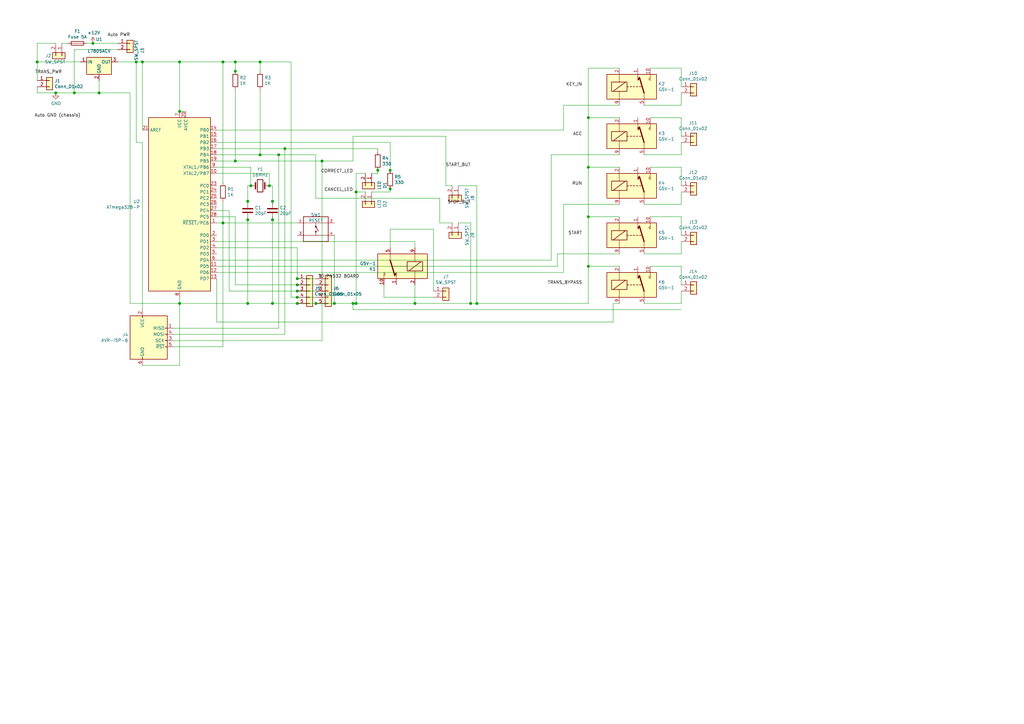
<source format=kicad_sch>
(kicad_sch (version 20201015) (generator eeschema)
  (paper "A3")
  (title_block (title "CarFID") (date "2020-12-02") (rev "0.1"))
  (lib_symbols
    (symbol "2-1825910-7:2-1825910-7" (pin_names (offset 1.016) hide)
      (property "Reference" "S" (at -5.08 5.08 0))
      (property "Value" "2-1825910-7" (at -5.08 -7.62 0))
      (symbol "2-1825910-7_0_0"
        (circle (center 0 1.016) (radius 0.254) (stroke (width 0.254)))
        (circle (center 0 -1.016) (radius 0.254) (stroke (width 0.254)))
        (polyline (pts (xy 0 2.54) (xy 0 1.016)) (stroke (width 0.1524)))
        (polyline (pts (xy 0 -2.54) (xy 0 -1.016)) (stroke (width 0.1524)))
        (polyline (pts (xy -5.08 -5.08) (xy -5.08 -2.54)) (stroke (width 0.254)))
        (polyline (pts (xy -5.08 -2.54) (xy -5.08 2.54)) (stroke (width 0.254)))
        (polyline (pts (xy -5.08 2.54) (xy -5.08 5.08)) (stroke (width 0.254)))
        (polyline (pts (xy -5.08 5.08) (xy 5.08 5.08)) (stroke (width 0.254)))
        (polyline (pts (xy 5.08 5.08) (xy 5.08 2.54)) (stroke (width 0.254)))
        (polyline (pts (xy 5.08 2.54) (xy 5.08 -2.54)) (stroke (width 0.254)))
        (polyline (pts (xy 5.08 -2.54) (xy 5.08 -5.08)) (stroke (width 0.254)))
        (polyline (pts (xy 5.08 -5.08) (xy -5.08 -5.08)) (stroke (width 0.254)))
        (polyline (pts (xy 0 1.016) (xy 1.016 -0.762)) (stroke (width 0.254)))
        (polyline (pts (xy -5.08 2.54) (xy 5.08 2.54)) (stroke (width 0.1524)))
        (polyline (pts (xy -5.08 -2.54) (xy 5.08 -2.54)) (stroke (width 0.1524)))
        (pin passive line (at -7.62 2.54 0) (length 2.54) (name "~") (number "1"))
        (pin passive line (at 7.62 2.54 180) (length 2.54) (name "~") (number "2"))
        (pin passive line (at -7.62 -2.54 0) (length 2.54) (name "~") (number "3"))
        (pin passive line (at 7.62 -2.54 180) (length 2.54) (name "~") (number "4"))
      )
    )
    (symbol "Connector:AVR-ISP-6" (pin_names (offset 1.016))
      (property "Reference" "J" (at -6.35 11.43 0))
      (property "Value" "AVR-ISP-6" (at 0 11.43 0))
      (symbol "AVR-ISP-6_0_1"
        (rectangle (start -2.667 -6.858) (end -2.413 -7.62))
        (rectangle (start -2.667 10.16) (end -2.413 9.398))
        (rectangle (start 7.62 -2.413) (end 6.858 -2.667))
        (rectangle (start 7.62 0.127) (end 6.858 -0.127))
        (rectangle (start 7.62 2.667) (end 6.858 2.413))
        (rectangle (start 7.62 5.207) (end 6.858 4.953))
        (rectangle (start 7.62 10.16) (end -7.62 -7.62) (stroke (width 0.254)) (fill (type background)))
      )
      (symbol "AVR-ISP-6_1_1"
        (pin passive line (at 10.16 5.08 180) (length 2.54) (name "MISO") (number "1"))
        (pin passive line (at -2.54 12.7 270) (length 2.54) (name "VCC") (number "2"))
        (pin passive line (at 10.16 0 180) (length 2.54) (name "SCK") (number "3"))
        (pin passive line (at 10.16 2.54 180) (length 2.54) (name "MOSI") (number "4"))
        (pin passive line (at 10.16 -2.54 180) (length 2.54) (name "~RST") (number "5"))
        (pin passive line (at -2.54 -10.16 90) (length 2.54) (name "GND") (number "6"))
      )
    )
    (symbol "Connector_Generic:Conn_01x02" (pin_names (offset 1.016) hide)
      (property "Reference" "J" (at 0 2.54 0))
      (property "Value" "Conn_01x02" (at 0 -5.08 0))
      (symbol "Conn_01x02_1_1"
        (rectangle (start -1.27 -2.413) (end 0 -2.667) (stroke (width 0.1524)))
        (rectangle (start -1.27 0.127) (end 0 -0.127) (stroke (width 0.1524)))
        (rectangle (start -1.27 1.27) (end 1.27 -3.81) (stroke (width 0.254)) (fill (type background)))
        (pin passive line (at -5.08 0 0) (length 3.81) (name "Pin_1") (number "1"))
        (pin passive line (at -5.08 -2.54 0) (length 3.81) (name "Pin_2") (number "2"))
      )
    )
    (symbol "Connector_Generic:Conn_01x05" (pin_names (offset 1.016) hide)
      (property "Reference" "J" (at 0 7.62 0))
      (property "Value" "Conn_01x05" (at 0 -7.62 0))
      (symbol "Conn_01x05_1_1"
        (rectangle (start -1.27 -4.953) (end 0 -5.207) (stroke (width 0.1524)))
        (rectangle (start -1.27 -2.413) (end 0 -2.667) (stroke (width 0.1524)))
        (rectangle (start -1.27 2.667) (end 0 2.413) (stroke (width 0.1524)))
        (rectangle (start -1.27 5.207) (end 0 4.953) (stroke (width 0.1524)))
        (rectangle (start -1.27 6.35) (end 1.27 -6.35) (stroke (width 0.254)) (fill (type background)))
        (rectangle (start -1.27 0.127) (end 0 -0.127) (stroke (width 0.1524)))
        (pin passive line (at -5.08 5.08 0) (length 3.81) (name "Pin_1") (number "1"))
        (pin passive line (at -5.08 2.54 0) (length 3.81) (name "Pin_2") (number "2"))
        (pin passive line (at -5.08 0 0) (length 3.81) (name "Pin_3") (number "3"))
        (pin passive line (at -5.08 -2.54 0) (length 3.81) (name "Pin_4") (number "4"))
        (pin passive line (at -5.08 -5.08 0) (length 3.81) (name "Pin_5") (number "5"))
      )
    )
    (symbol "Device:C" (pin_numbers hide) (pin_names (offset 0.254))
      (property "Reference" "C" (at 0.635 2.54 0))
      (property "Value" "C" (at 0.635 -2.54 0))
      (symbol "C_0_1"
        (polyline (pts (xy -2.032 -0.762) (xy 2.032 -0.762)) (stroke (width 0.508)))
        (polyline (pts (xy -2.032 0.762) (xy 2.032 0.762)) (stroke (width 0.508)))
      )
      (symbol "C_1_1"
        (pin passive line (at 0 3.81 270) (length 2.794) (name "~") (number "1"))
        (pin passive line (at 0 -3.81 90) (length 2.794) (name "~") (number "2"))
      )
    )
    (symbol "Device:Crystal" (pin_numbers hide) (pin_names (offset 1.016) hide)
      (property "Reference" "Y" (at 0 3.81 0))
      (property "Value" "Crystal" (at 0 -3.81 0))
      (symbol "Crystal_0_1"
        (rectangle (start -1.143 2.54) (end 1.143 -2.54) (stroke (width 0.3048)))
        (polyline (pts (xy -2.54 0) (xy -1.905 0)))
        (polyline (pts (xy -1.905 -1.27) (xy -1.905 1.27)) (stroke (width 0.508)))
        (polyline (pts (xy 1.905 -1.27) (xy 1.905 1.27)) (stroke (width 0.508)))
        (polyline (pts (xy 2.54 0) (xy 1.905 0)))
      )
      (symbol "Crystal_1_1"
        (pin passive line (at -3.81 0 0) (length 1.27) (name "1") (number "1"))
        (pin passive line (at 3.81 0 180) (length 1.27) (name "2") (number "2"))
      )
    )
    (symbol "Device:Fuse" (pin_numbers hide) (pin_names (offset 0))
      (property "Reference" "F" (at 2.032 0 90))
      (property "Value" "Fuse" (at -1.905 0 90))
      (symbol "Fuse_0_1"
        (rectangle (start -0.762 -2.54) (end 0.762 2.54) (stroke (width 0.254)))
        (polyline (pts (xy 0 2.54) (xy 0 -2.54)))
      )
      (symbol "Fuse_1_1"
        (pin passive line (at 0 3.81 270) (length 1.27) (name "~") (number "1"))
        (pin passive line (at 0 -3.81 90) (length 1.27) (name "~") (number "2"))
      )
    )
    (symbol "Device:R" (pin_numbers hide) (pin_names (offset 0))
      (property "Reference" "R" (at 2.032 0 90))
      (property "Value" "R" (at 0 0 90))
      (symbol "R_0_1"
        (rectangle (start -1.016 -2.54) (end 1.016 2.54) (stroke (width 0.254)))
      )
      (symbol "R_1_1"
        (pin passive line (at 0 3.81 270) (length 1.27) (name "~") (number "1"))
        (pin passive line (at 0 -3.81 90) (length 1.27) (name "~") (number "2"))
      )
    )
    (symbol "MCU_Microchip_ATmega:ATmega328-P"
      (property "Reference" "U" (at -12.7 36.83 0))
      (property "Value" "ATmega328-P" (at 2.54 -36.83 0))
      (symbol "ATmega328-P_0_1"
        (rectangle (start -12.7 -35.56) (end 12.7 35.56) (stroke (width 0.254)) (fill (type background)))
      )
      (symbol "ATmega328-P_1_1"
        (pin bidirectional line (at 15.24 -7.62 180) (length 2.54) (name "~RESET~/PC6") (number "1"))
        (pin bidirectional line (at 15.24 12.7 180) (length 2.54) (name "XTAL2/PB7") (number "10"))
        (pin bidirectional line (at 15.24 -25.4 180) (length 2.54) (name "PD5") (number "11"))
        (pin bidirectional line (at 15.24 -27.94 180) (length 2.54) (name "PD6") (number "12"))
        (pin bidirectional line (at 15.24 -30.48 180) (length 2.54) (name "PD7") (number "13"))
        (pin bidirectional line (at 15.24 30.48 180) (length 2.54) (name "PB0") (number "14"))
        (pin bidirectional line (at 15.24 27.94 180) (length 2.54) (name "PB1") (number "15"))
        (pin bidirectional line (at 15.24 25.4 180) (length 2.54) (name "PB2") (number "16"))
        (pin bidirectional line (at 15.24 22.86 180) (length 2.54) (name "PB3") (number "17"))
        (pin bidirectional line (at 15.24 20.32 180) (length 2.54) (name "PB4") (number "18"))
        (pin bidirectional line (at 15.24 17.78 180) (length 2.54) (name "PB5") (number "19"))
        (pin bidirectional line (at 15.24 -12.7 180) (length 2.54) (name "PD0") (number "2"))
        (pin power_in line (at 2.54 38.1 270) (length 2.54) (name "AVCC") (number "20"))
        (pin passive line (at -15.24 30.48 0) (length 2.54) (name "AREF") (number "21"))
        (pin passive line (at 0 -38.1 90) (length 2.54) hide (name "GND") (number "22"))
        (pin bidirectional line (at 15.24 7.62 180) (length 2.54) (name "PC0") (number "23"))
        (pin bidirectional line (at 15.24 5.08 180) (length 2.54) (name "PC1") (number "24"))
        (pin bidirectional line (at 15.24 2.54 180) (length 2.54) (name "PC2") (number "25"))
        (pin bidirectional line (at 15.24 0 180) (length 2.54) (name "PC3") (number "26"))
        (pin bidirectional line (at 15.24 -2.54 180) (length 2.54) (name "PC4") (number "27"))
        (pin bidirectional line (at 15.24 -5.08 180) (length 2.54) (name "PC5") (number "28"))
        (pin bidirectional line (at 15.24 -15.24 180) (length 2.54) (name "PD1") (number "3"))
        (pin bidirectional line (at 15.24 -17.78 180) (length 2.54) (name "PD2") (number "4"))
        (pin bidirectional line (at 15.24 -20.32 180) (length 2.54) (name "PD3") (number "5"))
        (pin bidirectional line (at 15.24 -22.86 180) (length 2.54) (name "PD4") (number "6"))
        (pin power_in line (at 0 38.1 270) (length 2.54) (name "VCC") (number "7"))
        (pin power_in line (at 0 -38.1 90) (length 2.54) (name "GND") (number "8"))
        (pin bidirectional line (at 15.24 15.24 180) (length 2.54) (name "XTAL1/PB6") (number "9"))
      )
    )
    (symbol "Regulator_Linear:L7805" (pin_names (offset 0.254))
      (property "Reference" "U" (at -3.81 3.175 0))
      (property "Value" "L7805" (at 0 3.175 0))
      (symbol "L7805_0_1"
        (rectangle (start -5.08 1.905) (end 5.08 -5.08) (stroke (width 0.254)) (fill (type background)))
      )
      (symbol "L7805_1_1"
        (pin power_in line (at -7.62 0 0) (length 2.54) (name "IN") (number "1"))
        (pin power_in line (at 0 -7.62 90) (length 2.54) (name "GND") (number "2"))
        (pin power_out line (at 7.62 0 180) (length 2.54) (name "OUT") (number "3"))
      )
    )
    (symbol "Relay:G5V-1"
      (property "Reference" "K" (at 11.43 3.81 0))
      (property "Value" "G5V-1" (at 11.43 1.27 0))
      (symbol "G5V-1_0_0"
        (polyline (pts (xy 7.62 5.08) (xy 7.62 2.54) (xy 6.985 3.175) (xy 7.62 3.81)))
      )
      (symbol "G5V-1_0_1"
        (rectangle (start -10.16 5.08) (end 10.16 -5.08) (stroke (width 0.254)) (fill (type background)))
        (rectangle (start -8.255 1.905) (end -1.905 -1.905) (stroke (width 0.254)))
        (polyline (pts (xy -7.62 -1.905) (xy -2.54 1.905)) (stroke (width 0.254)))
        (polyline (pts (xy -5.08 -5.08) (xy -5.08 -1.905)))
        (polyline (pts (xy -5.08 5.08) (xy -5.08 1.905)))
        (polyline (pts (xy -1.905 0) (xy -1.27 0)) (stroke (width 0.254)))
        (polyline (pts (xy -0.635 0) (xy 0 0)) (stroke (width 0.254)))
        (polyline (pts (xy 0.635 0) (xy 1.27 0)) (stroke (width 0.254)))
        (polyline (pts (xy 1.905 0) (xy 2.54 0)) (stroke (width 0.254)))
        (polyline (pts (xy 3.175 0) (xy 3.81 0)) (stroke (width 0.254)))
        (polyline (pts (xy 5.08 -2.54) (xy 3.175 3.81)) (stroke (width 0.508)))
        (polyline (pts (xy 5.08 -2.54) (xy 5.08 -5.08)))
        (polyline (pts (xy 2.54 5.08) (xy 2.54 2.54) (xy 3.175 3.175) (xy 2.54 3.81)) (fill (type outline)))
      )
      (symbol "G5V-1_1_1"
        (pin passive line (at 2.54 7.62 270) (length 2.54) (name "~") (number "1"))
        (pin passive line (at 7.62 7.62 270) (length 2.54) (name "~") (number "10"))
        (pin passive line (at -5.08 7.62 270) (length 2.54) (name "~") (number "2"))
        (pin passive line (at 5.08 -7.62 90) (length 2.54) (name "~") (number "5"))
        (pin passive line (at 5.08 -7.62 90) (length 2.54) hide (name "~") (number "6"))
        (pin passive line (at -5.08 -7.62 90) (length 2.54) (name "~") (number "9"))
      )
    )
    (symbol "power:+12V" (power) (pin_names (offset 0))
      (property "Value" "+12V" (at 0 3.556 0))
      (symbol "+12V_0_1"
        (polyline (pts (xy -0.762 1.27) (xy 0 2.54)))
        (polyline (pts (xy 0 0) (xy 0 2.54)))
        (polyline (pts (xy 0 2.54) (xy 0.762 1.27)))
      )
      (symbol "+12V_1_1"
        (pin power_in line (at 0 0 90) (length 0) hide (name "+12V") (number "1"))
      )
    )
    (symbol "power:GND" (power) (pin_names (offset 0))
      (property "Value" "GND" (at 0 -3.81 0))
      (symbol "GND_0_1"
        (polyline (pts (xy 0 0) (xy 0 -1.27) (xy 1.27 -1.27) (xy 0 -2.54) (xy -1.27 -1.27) (xy 0 -1.27)))
      )
      (symbol "GND_1_1"
        (pin power_in line (at 0 0 270) (length 0) hide (name "GND") (number "1"))
      )
    )
  )
  (junction (at 15.24 25.4) (diameter 1.016))
  (junction (at 22.86 38.1) (diameter 1.016))
  (junction (at 30.48 38.1) (diameter 1.016))
  (junction (at 38.1 17.78) (diameter 1.016))
  (junction (at 40.64 38.1) (diameter 1.016))
  (junction (at 55.88 25.4) (diameter 1.016))
  (junction (at 58.42 25.4) (diameter 1.016))
  (junction (at 73.66 25.4) (diameter 1.016))
  (junction (at 73.66 45.72) (diameter 1.016))
  (junction (at 73.66 124.46) (diameter 1.016))
  (junction (at 91.44 25.4) (diameter 1.016))
  (junction (at 91.44 91.44) (diameter 1.016))
  (junction (at 96.52 25.4) (diameter 1.016))
  (junction (at 96.52 29.21) (diameter 1.016))
  (junction (at 96.52 66.04) (diameter 1.016))
  (junction (at 101.6 82.55) (diameter 1.016))
  (junction (at 101.6 90.17) (diameter 1.016))
  (junction (at 101.6 124.46) (diameter 1.016))
  (junction (at 102.87 76.2) (diameter 1.016))
  (junction (at 106.68 25.4) (diameter 1.016))
  (junction (at 106.68 63.5) (diameter 1.016))
  (junction (at 110.49 76.2) (diameter 1.016))
  (junction (at 111.76 82.55) (diameter 1.016))
  (junction (at 111.76 90.17) (diameter 1.016))
  (junction (at 111.76 124.46) (diameter 1.016))
  (junction (at 114.3 63.5) (diameter 1.016))
  (junction (at 116.84 60.96) (diameter 1.016))
  (junction (at 121.92 114.3) (diameter 1.016))
  (junction (at 121.92 116.84) (diameter 1.016))
  (junction (at 121.92 119.38) (diameter 1.016))
  (junction (at 121.92 121.92) (diameter 1.016))
  (junction (at 121.92 124.46) (diameter 1.016))
  (junction (at 129.54 124.46) (diameter 1.016))
  (junction (at 132.08 66.04) (diameter 1.016))
  (junction (at 137.16 124.46) (diameter 1.016))
  (junction (at 144.78 124.46) (diameter 1.016))
  (junction (at 146.05 78.74) (diameter 1.016))
  (junction (at 146.05 124.46) (diameter 1.016))
  (junction (at 154.94 69.85) (diameter 1.016))
  (junction (at 160.02 69.85) (diameter 1.016))
  (junction (at 160.02 77.47) (diameter 1.016))
  (junction (at 170.18 124.46) (diameter 1.016))
  (junction (at 193.04 124.46) (diameter 1.016))
  (junction (at 195.58 124.46) (diameter 1.016))
  (junction (at 241.3 48.26) (diameter 1.016))
  (junction (at 241.3 68.58) (diameter 1.016))
  (junction (at 241.3 88.9) (diameter 1.016))
  (junction (at 241.3 109.22) (diameter 1.016))
  (wire (pts (xy 15.24 17.78) (xy 15.24 25.4)))
  (wire (pts (xy 15.24 17.78) (xy 22.86 17.78)))
  (wire (pts (xy 15.24 25.4) (xy 15.24 33.02)))
  (wire (pts (xy 15.24 25.4) (xy 33.02 25.4)))
  (wire (pts (xy 15.24 35.56) (xy 15.24 38.1)))
  (wire (pts (xy 15.24 38.1) (xy 22.86 38.1)))
  (wire (pts (xy 22.86 38.1) (xy 30.48 38.1)))
  (wire (pts (xy 25.4 17.78) (xy 27.94 17.78)))
  (wire (pts (xy 30.48 20.32) (xy 30.48 38.1)))
  (wire (pts (xy 30.48 20.32) (xy 48.26 20.32)))
  (wire (pts (xy 30.48 38.1) (xy 40.64 38.1)))
  (wire (pts (xy 35.56 17.78) (xy 38.1 17.78)))
  (wire (pts (xy 38.1 17.78) (xy 48.26 17.78)))
  (wire (pts (xy 40.64 33.02) (xy 40.64 38.1)))
  (wire (pts (xy 40.64 38.1) (xy 53.34 38.1)))
  (wire (pts (xy 48.26 25.4) (xy 55.88 25.4)))
  (wire (pts (xy 53.34 38.1) (xy 53.34 124.46)))
  (wire (pts (xy 53.34 124.46) (xy 73.66 124.46)))
  (wire (pts (xy 55.88 25.4) (xy 55.88 58.42)))
  (wire (pts (xy 55.88 25.4) (xy 58.42 25.4)))
  (wire (pts (xy 58.42 25.4) (xy 58.42 53.34)))
  (wire (pts (xy 58.42 25.4) (xy 73.66 25.4)))
  (wire (pts (xy 58.42 58.42) (xy 55.88 58.42)))
  (wire (pts (xy 58.42 58.42) (xy 58.42 127)))
  (wire (pts (xy 58.42 149.86) (xy 73.66 149.86)))
  (wire (pts (xy 71.12 134.62) (xy 114.3 134.62)))
  (wire (pts (xy 71.12 137.16) (xy 116.84 137.16)))
  (wire (pts (xy 71.12 139.7) (xy 132.08 139.7)))
  (wire (pts (xy 71.12 142.24) (xy 91.44 142.24)))
  (wire (pts (xy 73.66 25.4) (xy 73.66 45.72)))
  (wire (pts (xy 73.66 25.4) (xy 91.44 25.4)))
  (wire (pts (xy 73.66 45.72) (xy 76.2 45.72)))
  (wire (pts (xy 73.66 124.46) (xy 73.66 121.92)))
  (wire (pts (xy 73.66 124.46) (xy 101.6 124.46)))
  (wire (pts (xy 73.66 149.86) (xy 73.66 124.46)))
  (wire (pts (xy 88.9 53.34) (xy 231.14 53.34)))
  (wire (pts (xy 88.9 58.42) (xy 160.02 58.42)))
  (wire (pts (xy 88.9 60.96) (xy 116.84 60.96)))
  (wire (pts (xy 88.9 66.04) (xy 96.52 66.04)))
  (wire (pts (xy 88.9 68.58) (xy 102.87 68.58)))
  (wire (pts (xy 88.9 71.12) (xy 110.49 71.12)))
  (wire (pts (xy 88.9 86.36) (xy 93.98 86.36)))
  (wire (pts (xy 88.9 91.44) (xy 91.44 91.44)))
  (wire (pts (xy 88.9 99.06) (xy 170.18 99.06)))
  (wire (pts (xy 88.9 101.6) (xy 121.92 101.6)))
  (wire (pts (xy 88.9 106.68) (xy 226.06 106.68)))
  (wire (pts (xy 88.9 111.76) (xy 231.14 111.76)))
  (wire (pts (xy 88.9 132.08) (xy 88.9 114.3)))
  (wire (pts (xy 88.9 132.08) (xy 251.46 132.08)))
  (wire (pts (xy 91.44 25.4) (xy 91.44 74.93)))
  (wire (pts (xy 91.44 25.4) (xy 96.52 25.4)))
  (wire (pts (xy 91.44 82.55) (xy 91.44 91.44)))
  (wire (pts (xy 91.44 91.44) (xy 121.92 91.44)))
  (wire (pts (xy 91.44 142.24) (xy 91.44 91.44)))
  (wire (pts (xy 93.98 86.36) (xy 93.98 119.38)))
  (wire (pts (xy 93.98 119.38) (xy 121.92 119.38)))
  (wire (pts (xy 96.52 25.4) (xy 96.52 29.21)))
  (wire (pts (xy 96.52 25.4) (xy 106.68 25.4)))
  (wire (pts (xy 96.52 29.21) (xy 96.52 30.48)))
  (wire (pts (xy 96.52 36.83) (xy 96.52 66.04)))
  (wire (pts (xy 96.52 66.04) (xy 132.08 66.04)))
  (wire (pts (xy 96.52 88.9) (xy 88.9 88.9)))
  (wire (pts (xy 96.52 88.9) (xy 96.52 116.84)))
  (wire (pts (xy 96.52 116.84) (xy 121.92 116.84)))
  (wire (pts (xy 101.6 76.2) (xy 101.6 82.55)))
  (wire (pts (xy 101.6 76.2) (xy 102.87 76.2)))
  (wire (pts (xy 101.6 82.55) (xy 101.6 83.82)))
  (wire (pts (xy 101.6 88.9) (xy 101.6 90.17)))
  (wire (pts (xy 101.6 90.17) (xy 101.6 124.46)))
  (wire (pts (xy 101.6 124.46) (xy 111.76 124.46)))
  (wire (pts (xy 102.87 68.58) (xy 102.87 76.2)))
  (wire (pts (xy 106.68 25.4) (xy 106.68 29.21)))
  (wire (pts (xy 106.68 25.4) (xy 119.38 25.4)))
  (wire (pts (xy 106.68 36.83) (xy 106.68 63.5)))
  (wire (pts (xy 106.68 63.5) (xy 88.9 63.5)))
  (wire (pts (xy 110.49 71.12) (xy 110.49 76.2)))
  (wire (pts (xy 111.76 76.2) (xy 110.49 76.2)))
  (wire (pts (xy 111.76 76.2) (xy 111.76 82.55)))
  (wire (pts (xy 111.76 82.55) (xy 111.76 83.82)))
  (wire (pts (xy 111.76 88.9) (xy 111.76 90.17)))
  (wire (pts (xy 111.76 90.17) (xy 111.76 124.46)))
  (wire (pts (xy 111.76 124.46) (xy 121.92 124.46)))
  (wire (pts (xy 114.3 63.5) (xy 106.68 63.5)))
  (wire (pts (xy 114.3 134.62) (xy 114.3 63.5)))
  (wire (pts (xy 116.84 60.96) (xy 154.94 60.96)))
  (wire (pts (xy 116.84 137.16) (xy 116.84 60.96)))
  (wire (pts (xy 119.38 25.4) (xy 119.38 121.92)))
  (wire (pts (xy 119.38 121.92) (xy 121.92 121.92)))
  (wire (pts (xy 121.92 101.6) (xy 121.92 114.3)))
  (wire (pts (xy 121.92 114.3) (xy 129.54 114.3)))
  (wire (pts (xy 121.92 116.84) (xy 129.54 116.84)))
  (wire (pts (xy 121.92 119.38) (xy 129.54 119.38)))
  (wire (pts (xy 121.92 121.92) (xy 129.54 121.92)))
  (wire (pts (xy 121.92 124.46) (xy 129.54 124.46)))
  (wire (pts (xy 129.54 63.5) (xy 114.3 63.5)))
  (wire (pts (xy 129.54 81.28) (xy 129.54 63.5)))
  (wire (pts (xy 129.54 124.46) (xy 137.16 124.46)))
  (wire (pts (xy 132.08 66.04) (xy 144.78 66.04)))
  (wire (pts (xy 132.08 139.7) (xy 132.08 66.04)))
  (wire (pts (xy 137.16 96.52) (xy 137.16 124.46)))
  (wire (pts (xy 137.16 124.46) (xy 144.78 124.46)))
  (wire (pts (xy 144.78 55.88) (xy 182.88 55.88)))
  (wire (pts (xy 144.78 66.04) (xy 144.78 55.88)))
  (wire (pts (xy 144.78 124.46) (xy 146.05 124.46)))
  (wire (pts (xy 144.78 127) (xy 144.78 124.46)))
  (wire (pts (xy 144.78 127) (xy 279.4 127)))
  (wire (pts (xy 146.05 71.12) (xy 146.05 78.74)))
  (wire (pts (xy 146.05 71.12) (xy 149.86 71.12)))
  (wire (pts (xy 146.05 78.74) (xy 149.86 78.74)))
  (wire (pts (xy 146.05 124.46) (xy 146.05 78.74)))
  (wire (pts (xy 146.05 124.46) (xy 170.18 124.46)))
  (wire (pts (xy 152.4 71.12) (xy 154.94 71.12)))
  (wire (pts (xy 152.4 78.74) (xy 160.02 78.74)))
  (wire (pts (xy 154.94 60.96) (xy 154.94 62.23)))
  (wire (pts (xy 154.94 68.58) (xy 154.94 69.85)))
  (wire (pts (xy 154.94 69.85) (xy 154.94 71.12)))
  (wire (pts (xy 157.48 121.92) (xy 157.48 116.84)))
  (wire (pts (xy 160.02 58.42) (xy 160.02 69.85)))
  (wire (pts (xy 160.02 69.85) (xy 160.02 71.12)))
  (wire (pts (xy 160.02 76.2) (xy 160.02 77.47)))
  (wire (pts (xy 160.02 77.47) (xy 160.02 78.74)))
  (wire (pts (xy 160.02 93.98) (xy 160.02 101.6)))
  (wire (pts (xy 170.18 99.06) (xy 170.18 101.6)))
  (wire (pts (xy 170.18 116.84) (xy 170.18 124.46)))
  (wire (pts (xy 170.18 124.46) (xy 193.04 124.46)))
  (wire (pts (xy 177.8 93.98) (xy 160.02 93.98)))
  (wire (pts (xy 177.8 119.38) (xy 177.8 93.98)))
  (wire (pts (xy 177.8 121.92) (xy 157.48 121.92)))
  (wire (pts (xy 180.34 81.28) (xy 129.54 81.28)))
  (wire (pts (xy 180.34 91.44) (xy 180.34 81.28)))
  (wire (pts (xy 180.34 91.44) (xy 185.42 91.44)))
  (wire (pts (xy 182.88 55.88) (xy 182.88 76.2)))
  (wire (pts (xy 182.88 76.2) (xy 185.42 76.2)))
  (wire (pts (xy 187.96 76.2) (xy 195.58 76.2)))
  (wire (pts (xy 187.96 91.44) (xy 193.04 91.44)))
  (wire (pts (xy 193.04 91.44) (xy 193.04 124.46)))
  (wire (pts (xy 193.04 124.46) (xy 195.58 124.46)))
  (wire (pts (xy 195.58 76.2) (xy 195.58 124.46)))
  (wire (pts (xy 195.58 124.46) (xy 241.3 124.46)))
  (wire (pts (xy 226.06 63.5) (xy 254 63.5)))
  (wire (pts (xy 226.06 106.68) (xy 226.06 63.5)))
  (wire (pts (xy 228.6 104.14) (xy 228.6 109.22)))
  (wire (pts (xy 228.6 109.22) (xy 88.9 109.22)))
  (wire (pts (xy 231.14 43.18) (xy 254 43.18)))
  (wire (pts (xy 231.14 53.34) (xy 231.14 43.18)))
  (wire (pts (xy 231.14 83.82) (xy 254 83.82)))
  (wire (pts (xy 231.14 111.76) (xy 231.14 83.82)))
  (wire (pts (xy 241.3 27.94) (xy 254 27.94)))
  (wire (pts (xy 241.3 48.26) (xy 241.3 27.94)))
  (wire (pts (xy 241.3 48.26) (xy 254 48.26)))
  (wire (pts (xy 241.3 68.58) (xy 241.3 48.26)))
  (wire (pts (xy 241.3 68.58) (xy 254 68.58)))
  (wire (pts (xy 241.3 88.9) (xy 241.3 68.58)))
  (wire (pts (xy 241.3 88.9) (xy 254 88.9)))
  (wire (pts (xy 241.3 109.22) (xy 241.3 88.9)))
  (wire (pts (xy 241.3 109.22) (xy 254 109.22)))
  (wire (pts (xy 241.3 124.46) (xy 241.3 109.22)))
  (wire (pts (xy 251.46 124.46) (xy 251.46 132.08)))
  (wire (pts (xy 251.46 124.46) (xy 254 124.46)))
  (wire (pts (xy 254 104.14) (xy 228.6 104.14)))
  (wire (pts (xy 264.16 43.18) (xy 279.4 43.18)))
  (wire (pts (xy 264.16 63.5) (xy 279.4 63.5)))
  (wire (pts (xy 264.16 83.82) (xy 279.4 83.82)))
  (wire (pts (xy 264.16 104.14) (xy 279.4 104.14)))
  (wire (pts (xy 264.16 124.46) (xy 279.4 124.46)))
  (wire (pts (xy 266.7 27.94) (xy 279.4 27.94)))
  (wire (pts (xy 266.7 48.26) (xy 279.4 48.26)))
  (wire (pts (xy 266.7 68.58) (xy 279.4 68.58)))
  (wire (pts (xy 266.7 88.9) (xy 279.4 88.9)))
  (wire (pts (xy 266.7 109.22) (xy 279.4 109.22)))
  (wire (pts (xy 279.4 27.94) (xy 279.4 35.56)))
  (wire (pts (xy 279.4 43.18) (xy 279.4 38.1)))
  (wire (pts (xy 279.4 48.26) (xy 279.4 55.88)))
  (wire (pts (xy 279.4 63.5) (xy 279.4 58.42)))
  (wire (pts (xy 279.4 68.58) (xy 279.4 76.2)))
  (wire (pts (xy 279.4 83.82) (xy 279.4 78.74)))
  (wire (pts (xy 279.4 88.9) (xy 279.4 96.52)))
  (wire (pts (xy 279.4 104.14) (xy 279.4 99.06)))
  (wire (pts (xy 279.4 109.22) (xy 279.4 116.84)))
  (wire (pts (xy 279.4 124.46) (xy 279.4 119.38)))
  (label "TRANS_PWR" (at 25.4 30.48 180))
  (label "Auto GND (chassis)" (at 33.02 48.26 180))
  (label "Auto PWR" (at 53.34 15.24 180))
  (label "CORRECT_LED" (at 144.78 71.12 180))
  (label "CANCEL_LED" (at 144.78 78.74 180))
  (label "TO PN532 BOARD" (at 147.32 114.3 180))
  (label "START_BUT" (at 193.04 68.58 180))
  (label "STOP_BUT" (at 193.04 83.82 180))
  (label "KEY_IN" (at 238.76 35.56 180))
  (label "ACC" (at 238.76 55.88 180))
  (label "RUN" (at 238.76 76.2 180))
  (label "START" (at 238.76 96.52 180))
  (label "TRANS_BYPASS" (at 238.76 116.84 180))
  (symbol (lib_id "power:+12V") (at 38.1 17.78 0) (unit 1)
    (property "Reference" "#PWR02" (effects hide))
    (property "Value" "+12V" (at 38.4683 13.4556 0))
  )
  (symbol (lib_id "power:GND") (at 22.86 38.1 0) (unit 1)
    (property "Reference" "#PWR01" (effects hide))
    (property "Value" "GND" (at 22.9743 42.4244 0))
  )
  (symbol (lib_id "Device:Fuse") (at 31.75 17.78 90) (unit 1)
    (property "Reference" "F1" (at 31.75 12.808 90))
    (property "Value" "Fuse 5A" (at 31.75 15.107 90))
    (property "Footprint" "3557:FUSE_3557-2" (effects hide))
  )
  (symbol (lib_id "Device:R") (at 91.44 78.74 0) (unit 1)
    (property "Reference" "R1" (at 93.218 77.591 0) (effects (justify left)))
    (property "Value" "1K" (at 93.218 79.889 0) (effects (justify left)))
    (property "Footprint" "Resistor_THT:R_Axial_DIN0309_L9.0mm_D3.2mm_P20.32mm_Horizontal" (effects hide))
  )
  (symbol (lib_id "Device:R") (at 96.52 33.02 0) (unit 1)
    (property "Reference" "R2" (at 98.298 31.871 0) (effects (justify left)))
    (property "Value" "1K" (at 98.298 34.169 0) (effects (justify left)))
    (property "Footprint" "Resistor_THT:R_Axial_DIN0309_L9.0mm_D3.2mm_P20.32mm_Horizontal" (effects hide))
  )
  (symbol (lib_id "Device:R") (at 106.68 33.02 0) (unit 1)
    (property "Reference" "R3" (at 108.458 31.871 0) (effects (justify left)))
    (property "Value" "1K" (at 108.458 34.169 0) (effects (justify left)))
    (property "Footprint" "Resistor_THT:R_Axial_DIN0309_L9.0mm_D3.2mm_P20.32mm_Horizontal" (effects hide))
  )
  (symbol (lib_id "Device:R") (at 154.94 66.04 0) (unit 1)
    (property "Reference" "R4" (at 156.718 64.891 0) (effects (justify left)))
    (property "Value" "330" (at 156.718 67.189 0) (effects (justify left)))
    (property "Footprint" "Resistor_THT:R_Axial_DIN0309_L9.0mm_D3.2mm_P20.32mm_Horizontal" (effects hide))
  )
  (symbol (lib_id "Device:R") (at 160.02 73.66 0) (unit 1)
    (property "Reference" "R5" (at 161.798 72.511 0) (effects (justify left)))
    (property "Value" "330" (at 161.798 74.809 0) (effects (justify left)))
    (property "Footprint" "Resistor_THT:R_Axial_DIN0309_L9.0mm_D3.2mm_P20.32mm_Horizontal" (effects hide))
  )
  (symbol (lib_id "Connector_Generic:Conn_01x02") (at 20.32 33.02 0) (unit 1)
    (property "Reference" "J1" (at 22.352 33.191 0) (effects (justify left)))
    (property "Value" "Conn_01x02" (at 22.3521 35.4901 0) (effects (justify left)))
    (property "Footprint" "Connector_JST:JST_JWPF_B02B-JWPF-SK-R_1x02_P2.00mm_Vertical" (effects hide))
  )
  (symbol (lib_id "Connector_Generic:Conn_01x02") (at 25.4 22.86 270) (unit 1)
    (property "Reference" "J2" (at 19.831 22.86 90))
    (property "Value" "SW_SPST" (at 22.612 25.4 90))
    (property "Footprint" "Connector_JST:JST_JWPF_B02B-JWPF-SK-R_1x02_P2.00mm_Vertical" (effects hide))
  )
  (symbol (lib_id "Connector_Generic:Conn_01x02") (at 53.34 17.78 0) (unit 1)
    (property "Reference" "J3" (at 58.42 20.809 90))
    (property "Value" "SW_SPST" (at 55.88 20.568 90))
    (property "Footprint" "Connector_JST:JST_JWPF_B02B-JWPF-SK-R_1x02_P2.00mm_Vertical" (effects hide))
  )
  (symbol (lib_id "Connector_Generic:Conn_01x02") (at 152.4 76.2 270) (unit 1)
    (property "Reference" "D1" (at 157.88 76.01 0))
    (property "Value" "LED" (at 155.5815 76.0095 0))
    (property "Footprint" "Connector_JST:JST_JWPF_B02B-JWPF-SK-R_1x02_P2.00mm_Vertical" (effects hide))
  )
  (symbol (lib_id "Connector_Generic:Conn_01x02") (at 152.4 83.82 270) (unit 1)
    (property "Reference" "D2" (at 157.88 83.63 0))
    (property "Value" "LED" (at 155.5815 83.6295 0))
    (property "Footprint" "Connector_JST:JST_JWPF_B02B-JWPF-SK-R_1x02_P2.00mm_Vertical" (effects hide))
  )
  (symbol (lib_id "Connector_Generic:Conn_01x02") (at 182.88 119.38 0) (unit 1)
    (property "Reference" "J7" (at 182.88 113.519 0))
    (property "Value" "SW_SPST" (at 182.88 115.8175 0))
    (property "Footprint" "Connector_JST:JST_JWPF_B02B-JWPF-SK-R_1x02_P2.00mm_Vertical" (effects hide))
  )
  (symbol (lib_id "Connector_Generic:Conn_01x02") (at 187.96 81.28 270) (unit 1)
    (property "Reference" "J8" (at 193.821 81.28 0))
    (property "Value" "SW_SPST" (at 191.5225 81.28 0))
    (property "Footprint" "Connector_JST:JST_JWPF_B02B-JWPF-SK-R_1x02_P2.00mm_Vertical" (effects hide))
  )
  (symbol (lib_id "Connector_Generic:Conn_01x02") (at 187.96 96.52 270) (unit 1)
    (property "Reference" "J9" (at 193.821 96.52 0))
    (property "Value" "SW_SPST" (at 191.5225 96.52 0))
    (property "Footprint" "Connector_JST:JST_JWPF_B02B-JWPF-SK-R_1x02_P2.00mm_Vertical" (effects hide))
  )
  (symbol (lib_id "Connector_Generic:Conn_01x02") (at 284.48 35.56 0) (unit 1)
    (property "Reference" "J10" (at 284.29 30.08 0))
    (property "Value" "Conn_01x02" (at 284.289 32.378 0))
    (property "Footprint" "Connector_JST:JST_JWPF_B02B-JWPF-SK-R_1x02_P2.00mm_Vertical" (effects hide))
  )
  (symbol (lib_id "Connector_Generic:Conn_01x02") (at 284.48 55.88 0) (unit 1)
    (property "Reference" "J11" (at 284.29 50.4 0))
    (property "Value" "Conn_01x02" (at 284.289 52.698 0))
    (property "Footprint" "Connector_JST:JST_JWPF_B02B-JWPF-SK-R_1x02_P2.00mm_Vertical" (effects hide))
  )
  (symbol (lib_id "Connector_Generic:Conn_01x02") (at 284.48 76.2 0) (unit 1)
    (property "Reference" "J12" (at 284.29 70.72 0))
    (property "Value" "Conn_01x02" (at 284.289 73.018 0))
    (property "Footprint" "Connector_JST:JST_JWPF_B02B-JWPF-SK-R_1x02_P2.00mm_Vertical" (effects hide))
  )
  (symbol (lib_id "Connector_Generic:Conn_01x02") (at 284.48 96.52 0) (unit 1)
    (property "Reference" "J13" (at 284.29 91.04 0))
    (property "Value" "Conn_01x02" (at 284.289 93.339 0))
    (property "Footprint" "Connector_JST:JST_JWPF_B02B-JWPF-SK-R_1x02_P2.00mm_Vertical" (effects hide))
  )
  (symbol (lib_id "Connector_Generic:Conn_01x02") (at 284.48 116.84 0) (unit 1)
    (property "Reference" "J14" (at 284.29 111.36 0))
    (property "Value" "Conn_01x02" (at 284.289 113.658 0))
    (property "Footprint" "Connector_JST:JST_JWPF_B02B-JWPF-SK-R_1x02_P2.00mm_Vertical" (effects hide))
  )
  (symbol (lib_id "Device:C") (at 101.6 86.36 0) (unit 1)
    (property "Reference" "C1" (at 104.521 85.211 0) (effects (justify left)))
    (property "Value" "20pF" (at 104.5211 87.5093 0) (effects (justify left)))
    (property "Footprint" "Capacitor_THT:CP_Radial_D4.0mm_P2.00mm" (effects hide))
  )
  (symbol (lib_id "Device:C") (at 111.76 86.36 0) (unit 1)
    (property "Reference" "C2" (at 114.681 85.211 0) (effects (justify left)))
    (property "Value" "20pF" (at 114.681 87.509 0) (effects (justify left)))
    (property "Footprint" "Capacitor_THT:CP_Radial_D4.0mm_P2.00mm" (effects hide))
  )
  (symbol (lib_id "Device:Crystal") (at 106.68 76.2 0) (unit 1)
    (property "Reference" "Y1" (at 106.68 69.424 0))
    (property "Value" "16MHz" (at 106.68 71.723 0))
    (property "Footprint" "Crystal:Crystal_HC49-U_Vertical" (effects hide))
  )
  (symbol (lib_id "Connector_Generic:Conn_01x05") (at 127 119.38 0) (unit 1)
    (property "Reference" "J5" (at 129.032 118.281 0) (effects (justify left)))
    (property "Value" "Conn_01x05" (at 129.0321 120.5801 0) (effects (justify left)))
    (property "Footprint" "Connector_JST:JST_PH_B5B-PH-K_1x05_P2.00mm_Vertical" (effects hide))
  )
  (symbol (lib_id "Connector_Generic:Conn_01x05") (at 134.62 119.38 0) (unit 1)
    (property "Reference" "J6" (at 136.652 118.281 0) (effects (justify left)))
    (property "Value" "Conn_01x05" (at 136.6521 120.5801 0) (effects (justify left)))
    (property "Footprint" "Connector_JST:JST_PH_B5B-PH-K_1x05_P2.00mm_Vertical" (effects hide))
  )
  (symbol (lib_id "Regulator_Linear:L7805") (at 40.64 25.4 0) (unit 1)
    (property "Reference" "U1" (at 40.64 16.11 0))
    (property "Value" "L7805ACV" (at 40.64 20.949 0))
    (property "Footprint" "voltage2:TO254P460X1020X1945-3P" (effects hide))
    (property "STANDARD" "Manufacturer Recommendations" (effects hide))
    (property "PARTREV" "34" (effects hide))
    (property "MANUFACTURER" "STMicroelectronics" (effects hide))
  )
  (symbol (lib_id "2-1825910-7:2-1825910-7") (at 129.54 93.98 0) (unit 1)
    (property "Reference" "SW1" (at 129.54 88.119 0))
    (property "Value" "RESET" (at 129.54 90.417 0))
    (property "Footprint" "bt:SW_2-1825910-7" (effects hide))
  )
  (symbol (lib_id "Relay:G5V-1") (at 165.1 109.22 180) (unit 1)
    (property "Reference" "K1" (at 154.178 110.369 0) (effects (justify left)))
    (property "Value" "G5V-1" (at 154.1779 108.0707 0) (effects (justify left)))
    (property "Footprint" "Relay_THT:Relay_SPDT_Omron_G5V-1" (effects hide))
    (property "Datasheet" "http://omronfs.omron.com/en_US/ecb/products/pdf/en-g5v_1.pdf" (effects hide))
  )
  (symbol (lib_id "Relay:G5V-1") (at 259.08 35.56 0) (unit 1)
    (property "Reference" "K2" (at 270.002 34.411 0) (effects (justify left)))
    (property "Value" "G5V-1" (at 270.0021 36.7093 0) (effects (justify left)))
    (property "Footprint" "Relay_THT:Relay_SPDT_Omron_G5V-1" (effects hide))
    (property "Datasheet" "http://omronfs.omron.com/en_US/ecb/products/pdf/en-g5v_1.pdf" (effects hide))
  )
  (symbol (lib_id "Relay:G5V-1") (at 259.08 55.88 0) (unit 1)
    (property "Reference" "K3" (at 270.002 54.731 0) (effects (justify left)))
    (property "Value" "G5V-1" (at 270.0021 57.0293 0) (effects (justify left)))
    (property "Footprint" "Relay_THT:Relay_SPDT_Omron_G5V-1" (effects hide))
    (property "Datasheet" "http://omronfs.omron.com/en_US/ecb/products/pdf/en-g5v_1.pdf" (effects hide))
  )
  (symbol (lib_id "Relay:G5V-1") (at 259.08 76.2 0) (unit 1)
    (property "Reference" "K4" (at 270.002 75.051 0) (effects (justify left)))
    (property "Value" "G5V-1" (at 270.0021 77.3493 0) (effects (justify left)))
    (property "Footprint" "Relay_THT:Relay_SPDT_Omron_G5V-1" (effects hide))
    (property "Datasheet" "http://omronfs.omron.com/en_US/ecb/products/pdf/en-g5v_1.pdf" (effects hide))
  )
  (symbol (lib_id "Relay:G5V-1") (at 259.08 96.52 0) (unit 1)
    (property "Reference" "K5" (at 270.002 95.371 0) (effects (justify left)))
    (property "Value" "G5V-1" (at 270.0021 97.6693 0) (effects (justify left)))
    (property "Footprint" "Relay_THT:Relay_SPDT_Omron_G5V-1" (effects hide))
    (property "Datasheet" "http://omronfs.omron.com/en_US/ecb/products/pdf/en-g5v_1.pdf" (effects hide))
  )
  (symbol (lib_id "Relay:G5V-1") (at 259.08 116.84 0) (unit 1)
    (property "Reference" "K6" (at 270.002 115.691 0) (effects (justify left)))
    (property "Value" "G5V-1" (at 270.0021 117.9893 0) (effects (justify left)))
    (property "Footprint" "Relay_THT:Relay_SPDT_Omron_G5V-1" (effects hide))
    (property "Datasheet" "http://omronfs.omron.com/en_US/ecb/products/pdf/en-g5v_1.pdf" (effects hide))
  )
  (symbol (lib_id "Connector:AVR-ISP-6") (at 60.96 139.7 0) (unit 1)
    (property "Reference" "J4" (at 52.578 137.281 0) (effects (justify right)))
    (property "Value" "AVR-ISP-6" (at 52.578 139.5793 0) (effects (justify right)))
    (property "Footprint" "Connector_PinSocket_2.54mm:PinSocket_2x03_P2.54mm_Vertical" (effects hide))
    (property "Datasheet" " ~" (effects hide))
  )
  (symbol (lib_id "MCU_Microchip_ATmega:ATmega328-P") (at 73.66 83.82 0) (unit 1)
    (property "Reference" "U2" (at 57.404 82.671 0) (effects (justify right)))
    (property "Value" "ATmega328-P" (at 57.404 84.9693 0) (effects (justify right)))
    (property "Footprint" "Package_DIP:DIP-28_W7.62mm" (effects hide))
    (property "Datasheet" "http://ww1.microchip.com/downloads/en/DeviceDoc/ATmega328_P%20AVR%20MCU%20with%20picoPower%20Technology%20Data%20Sheet%2040001984A.pdf" (effects hide))
  )
)
</source>
